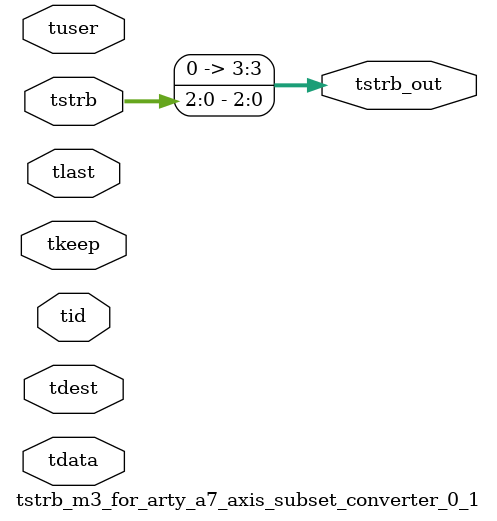
<source format=v>


`timescale 1ps/1ps

module tstrb_m3_for_arty_a7_axis_subset_converter_0_1 #
(
parameter C_S_AXIS_TDATA_WIDTH = 32,
parameter C_S_AXIS_TUSER_WIDTH = 0,
parameter C_S_AXIS_TID_WIDTH   = 0,
parameter C_S_AXIS_TDEST_WIDTH = 0,
parameter C_M_AXIS_TDATA_WIDTH = 32
)
(
input  [(C_S_AXIS_TDATA_WIDTH == 0 ? 1 : C_S_AXIS_TDATA_WIDTH)-1:0     ] tdata,
input  [(C_S_AXIS_TUSER_WIDTH == 0 ? 1 : C_S_AXIS_TUSER_WIDTH)-1:0     ] tuser,
input  [(C_S_AXIS_TID_WIDTH   == 0 ? 1 : C_S_AXIS_TID_WIDTH)-1:0       ] tid,
input  [(C_S_AXIS_TDEST_WIDTH == 0 ? 1 : C_S_AXIS_TDEST_WIDTH)-1:0     ] tdest,
input  [(C_S_AXIS_TDATA_WIDTH/8)-1:0 ] tkeep,
input  [(C_S_AXIS_TDATA_WIDTH/8)-1:0 ] tstrb,
input                                                                    tlast,
output [(C_M_AXIS_TDATA_WIDTH/8)-1:0 ] tstrb_out
);

assign tstrb_out = {tstrb[2:0]};

endmodule


</source>
